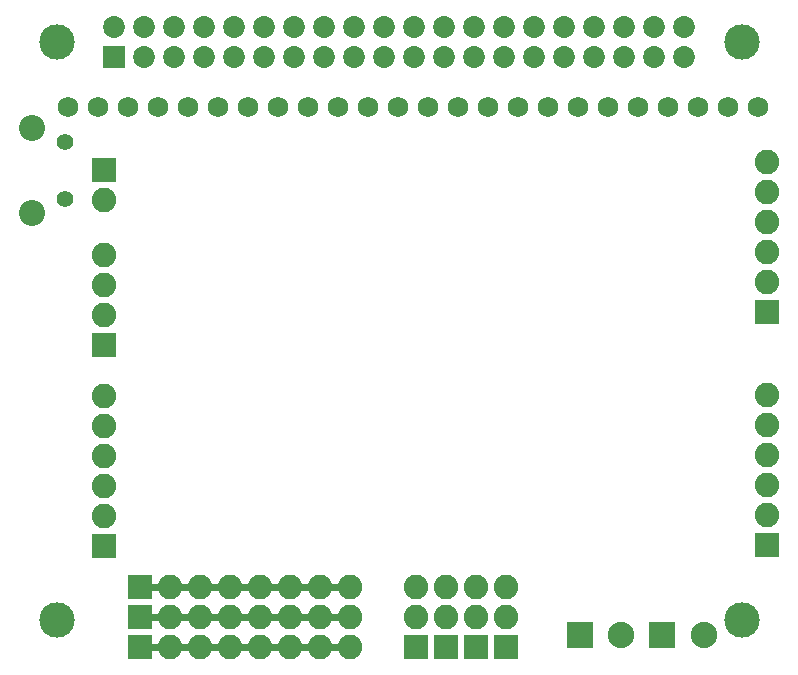
<source format=gts>
G75*
%MOIN*%
%OFA0B0*%
%FSLAX24Y24*%
%IPPOS*%
%LPD*%
%AMOC8*
5,1,8,0,0,1.08239X$1,22.5*
%
%ADD10C,0.1182*%
%ADD11C,0.0240*%
%ADD12C,0.0730*%
%ADD13R,0.0730X0.0730*%
%ADD14C,0.0680*%
%ADD15R,0.0820X0.0820*%
%ADD16C,0.0820*%
%ADD17C,0.0552*%
%ADD18C,0.0867*%
%ADD19C,0.0880*%
%ADD20R,0.0880X0.0880*%
D10*
X002056Y009211D03*
X002056Y028503D03*
X024890Y028503D03*
X024890Y009211D03*
D11*
X011828Y009333D02*
X004828Y009333D01*
X004828Y010333D02*
X011828Y010333D01*
X011828Y008333D02*
X004878Y008333D01*
D12*
X004973Y028003D03*
X004973Y029003D03*
X005973Y029003D03*
X005973Y028003D03*
X006973Y028003D03*
X006973Y029003D03*
X007973Y029003D03*
X008973Y029003D03*
X008973Y028003D03*
X007973Y028003D03*
X009973Y028003D03*
X009973Y029003D03*
X010973Y029003D03*
X010973Y028003D03*
X011973Y028003D03*
X011973Y029003D03*
X012973Y029003D03*
X012973Y028003D03*
X013973Y028003D03*
X013973Y029003D03*
X014973Y029003D03*
X014973Y028003D03*
X015973Y028003D03*
X015973Y029003D03*
X016973Y029003D03*
X016973Y028003D03*
X017973Y028003D03*
X017973Y029003D03*
X018973Y029003D03*
X018973Y028003D03*
X019973Y028003D03*
X019973Y029003D03*
X020973Y029003D03*
X021973Y029003D03*
X021973Y028003D03*
X020973Y028003D03*
X022973Y028003D03*
X022973Y029003D03*
X003973Y029003D03*
D13*
X003973Y028003D03*
D14*
X004428Y026333D03*
X005428Y026333D03*
X006428Y026333D03*
X007428Y026333D03*
X008428Y026333D03*
X009428Y026333D03*
X010428Y026333D03*
X011428Y026333D03*
X012428Y026333D03*
X013428Y026333D03*
X014428Y026333D03*
X015428Y026333D03*
X016428Y026333D03*
X017428Y026333D03*
X018428Y026333D03*
X019428Y026333D03*
X020428Y026333D03*
X021428Y026333D03*
X022428Y026333D03*
X023428Y026333D03*
X024428Y026333D03*
X025428Y026333D03*
X003428Y026333D03*
X002428Y026333D03*
D15*
X004828Y008333D03*
X004828Y009333D03*
X004828Y010333D03*
X003628Y011683D03*
X003628Y018383D03*
X003628Y024233D03*
X014028Y008333D03*
X015028Y008333D03*
X016028Y008333D03*
X017028Y008333D03*
X025728Y011733D03*
X025728Y019483D03*
D16*
X025728Y020483D03*
X025728Y021483D03*
X025728Y022483D03*
X025728Y023483D03*
X025728Y024483D03*
X025728Y016733D03*
X025728Y015733D03*
X025728Y014733D03*
X025728Y013733D03*
X025728Y012733D03*
X017028Y010333D03*
X017028Y009333D03*
X016028Y009333D03*
X016028Y010333D03*
X015028Y010333D03*
X015028Y009333D03*
X014028Y009333D03*
X014028Y010333D03*
X011828Y010333D03*
X011828Y009333D03*
X011828Y008333D03*
X010828Y008333D03*
X009828Y008333D03*
X009828Y009333D03*
X010828Y009333D03*
X010828Y010333D03*
X009828Y010333D03*
X008828Y010333D03*
X008828Y009333D03*
X008828Y008333D03*
X007828Y008333D03*
X007828Y009333D03*
X007828Y010333D03*
X006828Y010333D03*
X006828Y009333D03*
X006828Y008333D03*
X005828Y008333D03*
X005828Y009333D03*
X005828Y010333D03*
X003628Y012683D03*
X003628Y013683D03*
X003628Y014683D03*
X003628Y015683D03*
X003628Y016683D03*
X003628Y019383D03*
X003628Y020383D03*
X003628Y021383D03*
X003628Y023233D03*
D17*
X002330Y023239D03*
X002330Y025148D03*
D18*
X001228Y025615D03*
X001228Y022772D03*
D19*
X020861Y008733D03*
X023617Y008733D03*
D20*
X022239Y008733D03*
X019483Y008733D03*
M02*

</source>
